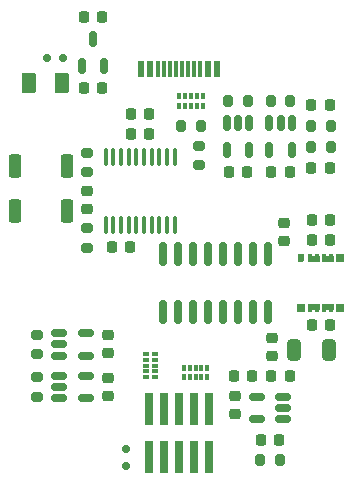
<source format=gtp>
%TF.GenerationSoftware,KiCad,Pcbnew,9.0.6*%
%TF.CreationDate,2026-01-06T09:07:41+09:00*%
%TF.ProjectId,VVDAP,56564441-502e-46b6-9963-61645f706362,rev?*%
%TF.SameCoordinates,Original*%
%TF.FileFunction,Paste,Top*%
%TF.FilePolarity,Positive*%
%FSLAX46Y46*%
G04 Gerber Fmt 4.6, Leading zero omitted, Abs format (unit mm)*
G04 Created by KiCad (PCBNEW 9.0.6) date 2026-01-06 09:07:41*
%MOMM*%
%LPD*%
G01*
G04 APERTURE LIST*
G04 Aperture macros list*
%AMRoundRect*
0 Rectangle with rounded corners*
0 $1 Rounding radius*
0 $2 $3 $4 $5 $6 $7 $8 $9 X,Y pos of 4 corners*
0 Add a 4 corners polygon primitive as box body*
4,1,4,$2,$3,$4,$5,$6,$7,$8,$9,$2,$3,0*
0 Add four circle primitives for the rounded corners*
1,1,$1+$1,$2,$3*
1,1,$1+$1,$4,$5*
1,1,$1+$1,$6,$7*
1,1,$1+$1,$8,$9*
0 Add four rect primitives between the rounded corners*
20,1,$1+$1,$2,$3,$4,$5,0*
20,1,$1+$1,$4,$5,$6,$7,0*
20,1,$1+$1,$6,$7,$8,$9,0*
20,1,$1+$1,$8,$9,$2,$3,0*%
%AMFreePoly0*
4,1,18,-0.287500,0.312500,-0.285597,0.322067,-0.280178,0.330178,-0.272067,0.335597,-0.262500,0.337500,0.262500,0.337500,0.272067,0.335597,0.280178,0.330178,0.285597,0.322067,0.287500,0.312500,0.287500,-0.193750,0.143750,-0.337500,-0.262500,-0.337500,-0.272067,-0.335597,-0.280178,-0.330178,-0.285597,-0.322067,-0.287500,-0.312500,-0.287500,0.312500,-0.287500,0.312500,$1*%
G04 Aperture macros list end*
%ADD10RoundRect,0.225000X0.225000X0.250000X-0.225000X0.250000X-0.225000X-0.250000X0.225000X-0.250000X0*%
%ADD11RoundRect,0.200000X-0.275000X0.200000X-0.275000X-0.200000X0.275000X-0.200000X0.275000X0.200000X0*%
%ADD12FreePoly0,0.000000*%
%ADD13RoundRect,0.025000X-0.262500X-0.312500X0.262500X-0.312500X0.262500X0.312500X-0.262500X0.312500X0*%
%ADD14RoundRect,0.025000X-0.125000X-0.312500X0.125000X-0.312500X0.125000X0.312500X-0.125000X0.312500X0*%
%ADD15RoundRect,0.025000X-0.425000X-0.250000X0.425000X-0.250000X0.425000X0.250000X-0.425000X0.250000X0*%
%ADD16RoundRect,0.150000X0.200000X-0.150000X0.200000X0.150000X-0.200000X0.150000X-0.200000X-0.150000X0*%
%ADD17RoundRect,0.250000X0.275000X0.750000X-0.275000X0.750000X-0.275000X-0.750000X0.275000X-0.750000X0*%
%ADD18RoundRect,0.200000X-0.200000X-0.275000X0.200000X-0.275000X0.200000X0.275000X-0.200000X0.275000X0*%
%ADD19RoundRect,0.225000X-0.225000X-0.250000X0.225000X-0.250000X0.225000X0.250000X-0.225000X0.250000X0*%
%ADD20RoundRect,0.075000X0.200000X-0.075000X0.200000X0.075000X-0.200000X0.075000X-0.200000X-0.075000X0*%
%ADD21RoundRect,0.150000X-0.512500X-0.150000X0.512500X-0.150000X0.512500X0.150000X-0.512500X0.150000X0*%
%ADD22RoundRect,0.150000X-0.150000X0.825000X-0.150000X-0.825000X0.150000X-0.825000X0.150000X0.825000X0*%
%ADD23RoundRect,0.250000X-0.375000X-0.625000X0.375000X-0.625000X0.375000X0.625000X-0.375000X0.625000X0*%
%ADD24RoundRect,0.075000X0.075000X0.200000X-0.075000X0.200000X-0.075000X-0.200000X0.075000X-0.200000X0*%
%ADD25RoundRect,0.050000X-0.320000X-1.345000X0.320000X-1.345000X0.320000X1.345000X-0.320000X1.345000X0*%
%ADD26RoundRect,0.225000X-0.250000X0.225000X-0.250000X-0.225000X0.250000X-0.225000X0.250000X0.225000X0*%
%ADD27RoundRect,0.150000X-0.150000X-0.200000X0.150000X-0.200000X0.150000X0.200000X-0.150000X0.200000X0*%
%ADD28RoundRect,0.218750X-0.218750X-0.256250X0.218750X-0.256250X0.218750X0.256250X-0.218750X0.256250X0*%
%ADD29RoundRect,0.150000X0.512500X0.150000X-0.512500X0.150000X-0.512500X-0.150000X0.512500X-0.150000X0*%
%ADD30RoundRect,0.075000X-0.075000X-0.200000X0.075000X-0.200000X0.075000X0.200000X-0.075000X0.200000X0*%
%ADD31RoundRect,0.150000X-0.150000X0.512500X-0.150000X-0.512500X0.150000X-0.512500X0.150000X0.512500X0*%
%ADD32RoundRect,0.200000X0.275000X-0.200000X0.275000X0.200000X-0.275000X0.200000X-0.275000X-0.200000X0*%
%ADD33RoundRect,0.100000X0.100000X-0.637500X0.100000X0.637500X-0.100000X0.637500X-0.100000X-0.637500X0*%
%ADD34RoundRect,0.200000X0.200000X0.275000X-0.200000X0.275000X-0.200000X-0.275000X0.200000X-0.275000X0*%
%ADD35RoundRect,0.225000X0.250000X-0.225000X0.250000X0.225000X-0.250000X0.225000X-0.250000X-0.225000X0*%
%ADD36RoundRect,0.250000X0.325000X0.650000X-0.325000X0.650000X-0.325000X-0.650000X0.325000X-0.650000X0*%
%ADD37R,0.600000X1.450000*%
%ADD38R,0.300000X1.450000*%
%ADD39RoundRect,0.150000X0.150000X-0.512500X0.150000X0.512500X-0.150000X0.512500X-0.150000X-0.512500X0*%
%ADD40RoundRect,0.250000X-0.275000X-0.750000X0.275000X-0.750000X0.275000X0.750000X-0.275000X0.750000X0*%
G04 APERTURE END LIST*
D10*
%TO.C,C7*%
X89375000Y-54900000D03*
X87825000Y-54900000D03*
%TD*%
D11*
%TO.C,R10*%
X68000000Y-68675000D03*
X68000000Y-70325000D03*
%TD*%
D12*
%TO.C,U11*%
X90362500Y-62212500D03*
D13*
X90362500Y-66387500D03*
D14*
X91100000Y-66387500D03*
D15*
X91400000Y-66325000D03*
D14*
X91700000Y-66387500D03*
X92300000Y-66387500D03*
D15*
X92600000Y-66325000D03*
D14*
X92900000Y-66387500D03*
D13*
X93637500Y-66387500D03*
X93637500Y-62212500D03*
D14*
X92900000Y-62212500D03*
X92300000Y-62212500D03*
D15*
X92600000Y-62275000D03*
D14*
X91700000Y-62212500D03*
X91100000Y-62212500D03*
D15*
X91400000Y-62275000D03*
%TD*%
D16*
%TO.C,D4*%
X75500000Y-78400000D03*
X75500000Y-79800000D03*
%TD*%
D17*
%TO.C,SW2*%
X70525000Y-58200000D03*
X66075000Y-58200000D03*
%TD*%
D18*
%TO.C,R3*%
X91175000Y-51000000D03*
X92825000Y-51000000D03*
%TD*%
D19*
%TO.C,C10*%
X71925000Y-41800000D03*
X73475000Y-41800000D03*
%TD*%
D20*
%TO.C,U4*%
X77985000Y-72300000D03*
X77985000Y-71800000D03*
X77985000Y-71300000D03*
X77985000Y-70800000D03*
X77985000Y-70300000D03*
X77215000Y-70300000D03*
X77215000Y-70800000D03*
X77215000Y-71300000D03*
X77215000Y-71800000D03*
X77215000Y-72300000D03*
%TD*%
D10*
%TO.C,C6*%
X85775000Y-54900000D03*
X84225000Y-54900000D03*
%TD*%
D18*
%TO.C,R11*%
X86875000Y-79300000D03*
X88525000Y-79300000D03*
%TD*%
%TO.C,R4*%
X91175000Y-52800000D03*
X92825000Y-52800000D03*
%TD*%
D11*
%TO.C,R2*%
X72200000Y-59675000D03*
X72200000Y-61325000D03*
%TD*%
D21*
%TO.C,U10*%
X69862500Y-72150000D03*
X69862500Y-73100000D03*
X69862500Y-74050000D03*
X72137500Y-74050000D03*
X72137500Y-72150000D03*
%TD*%
D19*
%TO.C,C8*%
X75925000Y-50000000D03*
X77475000Y-50000000D03*
%TD*%
D21*
%TO.C,U7*%
X69862500Y-68550000D03*
X69862500Y-69500000D03*
X69862500Y-70450000D03*
X72137500Y-70450000D03*
X72137500Y-68550000D03*
%TD*%
D10*
%TO.C,C17*%
X88475000Y-77600000D03*
X86925000Y-77600000D03*
%TD*%
D19*
%TO.C,C1*%
X75925000Y-51700000D03*
X77475000Y-51700000D03*
%TD*%
D22*
%TO.C,U12*%
X87545000Y-61825000D03*
X86275000Y-61825000D03*
X85005000Y-61825000D03*
X83735000Y-61825000D03*
X82465000Y-61825000D03*
X81195000Y-61825000D03*
X79925000Y-61825000D03*
X78655000Y-61825000D03*
X78655000Y-66775000D03*
X79925000Y-66775000D03*
X81195000Y-66775000D03*
X82465000Y-66775000D03*
X83735000Y-66775000D03*
X85005000Y-66775000D03*
X86275000Y-66775000D03*
X87545000Y-66775000D03*
%TD*%
D23*
%TO.C,F1*%
X67300000Y-47400000D03*
X70100000Y-47400000D03*
%TD*%
D24*
%TO.C,U3*%
X82400000Y-71515000D03*
X81900000Y-71515000D03*
X81400000Y-71515000D03*
X80900000Y-71515000D03*
X80400000Y-71515000D03*
X80400000Y-72285000D03*
X80900000Y-72285000D03*
X81400000Y-72285000D03*
X81900000Y-72285000D03*
X82400000Y-72285000D03*
%TD*%
D25*
%TO.C,J1*%
X77460000Y-79035000D03*
X77460000Y-74965000D03*
X78730000Y-79038000D03*
X78730000Y-74968000D03*
X80000000Y-79038000D03*
X80000000Y-74968000D03*
X81270000Y-79038000D03*
X81270000Y-74968000D03*
X82540000Y-79038000D03*
X82540000Y-74968000D03*
%TD*%
D26*
%TO.C,C3*%
X72200000Y-56525000D03*
X72200000Y-58075000D03*
%TD*%
%TO.C,C5*%
X87900000Y-68925000D03*
X87900000Y-70475000D03*
%TD*%
D27*
%TO.C,D3*%
X70200000Y-45300000D03*
X68800000Y-45300000D03*
%TD*%
D19*
%TO.C,C15*%
X84625000Y-72200000D03*
X86175000Y-72200000D03*
%TD*%
D28*
%TO.C,D1*%
X91212500Y-49200000D03*
X92787500Y-49200000D03*
%TD*%
D26*
%TO.C,C18*%
X84700000Y-73875000D03*
X84700000Y-75425000D03*
%TD*%
D29*
%TO.C,U13*%
X88837500Y-75850000D03*
X88837500Y-74900000D03*
X88837500Y-73950000D03*
X86562500Y-73950000D03*
X86562500Y-75850000D03*
%TD*%
D30*
%TO.C,U8*%
X80000000Y-49285000D03*
X80500000Y-49285000D03*
X81000000Y-49285000D03*
X81500000Y-49285000D03*
X82000000Y-49285000D03*
X82000000Y-48515000D03*
X81500000Y-48515000D03*
X81000000Y-48515000D03*
X80500000Y-48515000D03*
X80000000Y-48515000D03*
%TD*%
D26*
%TO.C,C11*%
X74000000Y-68725000D03*
X74000000Y-70275000D03*
%TD*%
D31*
%TO.C,U9*%
X85955000Y-50747500D03*
X85005000Y-50747500D03*
X84055000Y-50747500D03*
X84055000Y-53022500D03*
X85955000Y-53022500D03*
%TD*%
D10*
%TO.C,C20*%
X92775000Y-67900000D03*
X91225000Y-67900000D03*
%TD*%
D32*
%TO.C,R9*%
X68000000Y-73925000D03*
X68000000Y-72275000D03*
%TD*%
D10*
%TO.C,C9*%
X73475000Y-47800000D03*
X71925000Y-47800000D03*
%TD*%
D33*
%TO.C,U1*%
X73775000Y-59375000D03*
X74425000Y-59375000D03*
X75075000Y-59375000D03*
X75725000Y-59375000D03*
X76375000Y-59375000D03*
X77025000Y-59375000D03*
X77675000Y-59375000D03*
X78325000Y-59375000D03*
X78975000Y-59375000D03*
X79625000Y-59375000D03*
X79625000Y-53650000D03*
X78975000Y-53650000D03*
X78325000Y-53650000D03*
X77675000Y-53650000D03*
X77025000Y-53650000D03*
X76375000Y-53650000D03*
X75725000Y-53650000D03*
X75075000Y-53650000D03*
X74425000Y-53650000D03*
X73775000Y-53650000D03*
%TD*%
D10*
%TO.C,C19*%
X92775000Y-60700000D03*
X91225000Y-60700000D03*
%TD*%
D18*
%TO.C,R8*%
X84175000Y-48900000D03*
X85825000Y-48900000D03*
%TD*%
D34*
%TO.C,R6*%
X81825000Y-51000000D03*
X80175000Y-51000000D03*
%TD*%
D11*
%TO.C,R1*%
X72200000Y-53275000D03*
X72200000Y-54925000D03*
%TD*%
D35*
%TO.C,C4*%
X88900000Y-60775000D03*
X88900000Y-59225000D03*
%TD*%
D10*
%TO.C,C2*%
X75875000Y-61300000D03*
X74325000Y-61300000D03*
%TD*%
%TO.C,C16*%
X89375000Y-72200000D03*
X87825000Y-72200000D03*
%TD*%
D11*
%TO.C,R5*%
X81700000Y-52675000D03*
X81700000Y-54325000D03*
%TD*%
D10*
%TO.C,C13*%
X92775000Y-59000000D03*
X91225000Y-59000000D03*
%TD*%
D36*
%TO.C,C14*%
X92675000Y-70000000D03*
X89725000Y-70000000D03*
%TD*%
D31*
%TO.C,U5*%
X89550000Y-50762500D03*
X88600000Y-50762500D03*
X87650000Y-50762500D03*
X87650000Y-53037500D03*
X89550000Y-53037500D03*
%TD*%
D37*
%TO.C,J2*%
X83250000Y-46200000D03*
X82450000Y-46200000D03*
D38*
X81250000Y-46200000D03*
X80250000Y-46200000D03*
X79750000Y-46200000D03*
X78750000Y-46200000D03*
D37*
X77550000Y-46200000D03*
X76750000Y-46200000D03*
X76750000Y-46200000D03*
X77550000Y-46200000D03*
D38*
X78250000Y-46200000D03*
X79250000Y-46200000D03*
X80750000Y-46200000D03*
X81750000Y-46200000D03*
D37*
X82450000Y-46200000D03*
X83250000Y-46200000D03*
%TD*%
D26*
%TO.C,C12*%
X74000000Y-72325000D03*
X74000000Y-73875000D03*
%TD*%
D39*
%TO.C,U6*%
X71750000Y-45937500D03*
X73650000Y-45937500D03*
X72700000Y-43662500D03*
%TD*%
D34*
%TO.C,R7*%
X89425000Y-48900000D03*
X87775000Y-48900000D03*
%TD*%
D28*
%TO.C,D2*%
X91212500Y-54600000D03*
X92787500Y-54600000D03*
%TD*%
D40*
%TO.C,SW1*%
X66075000Y-54400000D03*
X70525000Y-54400000D03*
%TD*%
M02*

</source>
